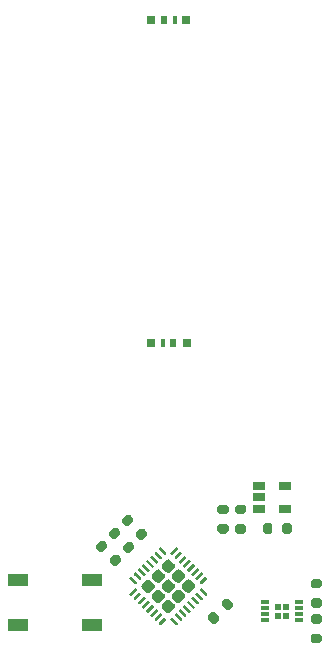
<source format=gbr>
G04 #@! TF.GenerationSoftware,KiCad,Pcbnew,(5.1.8)-1*
G04 #@! TF.CreationDate,2021-05-02T00:16:01-04:00*
G04 #@! TF.ProjectId,CryptoRosette,43727970-746f-4526-9f73-657474652e6b,1*
G04 #@! TF.SameCoordinates,Original*
G04 #@! TF.FileFunction,Paste,Bot*
G04 #@! TF.FilePolarity,Positive*
%FSLAX46Y46*%
G04 Gerber Fmt 4.6, Leading zero omitted, Abs format (unit mm)*
G04 Created by KiCad (PCBNEW (5.1.8)-1) date 2021-05-02 00:16:01*
%MOMM*%
%LPD*%
G01*
G04 APERTURE LIST*
%ADD10R,1.700000X1.000000*%
%ADD11R,1.060000X0.650000*%
%ADD12R,0.750000X0.300000*%
%ADD13R,0.500000X0.600000*%
%ADD14R,0.800000X0.800000*%
%ADD15R,0.400000X0.800000*%
%ADD16R,0.600000X0.800000*%
%ADD17R,0.750000X0.800000*%
G04 APERTURE END LIST*
G36*
G01*
X150306066Y-106794975D02*
X150694975Y-106406066D01*
G75*
G02*
X150977817Y-106406066I141421J-141421D01*
G01*
X151260660Y-106688909D01*
G75*
G02*
X151260660Y-106971751I-141421J-141421D01*
G01*
X150871751Y-107360660D01*
G75*
G02*
X150588909Y-107360660I-141421J141421D01*
G01*
X150306066Y-107077817D01*
G75*
G02*
X150306066Y-106794975I141421J141421D01*
G01*
G37*
G36*
G01*
X149139340Y-105628249D02*
X149528249Y-105239340D01*
G75*
G02*
X149811091Y-105239340I141421J-141421D01*
G01*
X150093934Y-105522183D01*
G75*
G02*
X150093934Y-105805025I-141421J-141421D01*
G01*
X149705025Y-106193934D01*
G75*
G02*
X149422183Y-106193934I-141421J141421D01*
G01*
X149139340Y-105911091D01*
G75*
G02*
X149139340Y-105628249I141421J141421D01*
G01*
G37*
G36*
G01*
X152360660Y-105871751D02*
X151971751Y-106260660D01*
G75*
G02*
X151688909Y-106260660I-141421J141421D01*
G01*
X151406066Y-105977817D01*
G75*
G02*
X151406066Y-105694975I141421J141421D01*
G01*
X151794975Y-105306066D01*
G75*
G02*
X152077817Y-105306066I141421J-141421D01*
G01*
X152360660Y-105588909D01*
G75*
G02*
X152360660Y-105871751I-141421J-141421D01*
G01*
G37*
G36*
G01*
X151193934Y-104705025D02*
X150805025Y-105093934D01*
G75*
G02*
X150522183Y-105093934I-141421J141421D01*
G01*
X150239340Y-104811091D01*
G75*
G02*
X150239340Y-104528249I141421J141421D01*
G01*
X150628249Y-104139340D01*
G75*
G02*
X150911091Y-104139340I141421J-141421D01*
G01*
X151193934Y-104422183D01*
G75*
G02*
X151193934Y-104705025I-141421J-141421D01*
G01*
G37*
G36*
G01*
X158105025Y-112406066D02*
X158493934Y-112794975D01*
G75*
G02*
X158493934Y-113077817I-141421J-141421D01*
G01*
X158211091Y-113360660D01*
G75*
G02*
X157928249Y-113360660I-141421J141421D01*
G01*
X157539340Y-112971751D01*
G75*
G02*
X157539340Y-112688909I141421J141421D01*
G01*
X157822183Y-112406066D01*
G75*
G02*
X158105025Y-112406066I141421J-141421D01*
G01*
G37*
G36*
G01*
X159271751Y-111239340D02*
X159660660Y-111628249D01*
G75*
G02*
X159660660Y-111911091I-141421J-141421D01*
G01*
X159377817Y-112193934D01*
G75*
G02*
X159094975Y-112193934I-141421J141421D01*
G01*
X158706066Y-111805025D01*
G75*
G02*
X158706066Y-111522183I141421J141421D01*
G01*
X158988909Y-111239340D01*
G75*
G02*
X159271751Y-111239340I141421J-141421D01*
G01*
G37*
G36*
G01*
X160575000Y-104075000D02*
X160025000Y-104075000D01*
G75*
G02*
X159825000Y-103875000I0J200000D01*
G01*
X159825000Y-103475000D01*
G75*
G02*
X160025000Y-103275000I200000J0D01*
G01*
X160575000Y-103275000D01*
G75*
G02*
X160775000Y-103475000I0J-200000D01*
G01*
X160775000Y-103875000D01*
G75*
G02*
X160575000Y-104075000I-200000J0D01*
G01*
G37*
G36*
G01*
X160575000Y-105725000D02*
X160025000Y-105725000D01*
G75*
G02*
X159825000Y-105525000I0J200000D01*
G01*
X159825000Y-105125000D01*
G75*
G02*
X160025000Y-104925000I200000J0D01*
G01*
X160575000Y-104925000D01*
G75*
G02*
X160775000Y-105125000I0J-200000D01*
G01*
X160775000Y-105525000D01*
G75*
G02*
X160575000Y-105725000I-200000J0D01*
G01*
G37*
G36*
G01*
X164625000Y-105025000D02*
X164625000Y-105575000D01*
G75*
G02*
X164425000Y-105775000I-200000J0D01*
G01*
X164025000Y-105775000D01*
G75*
G02*
X163825000Y-105575000I0J200000D01*
G01*
X163825000Y-105025000D01*
G75*
G02*
X164025000Y-104825000I200000J0D01*
G01*
X164425000Y-104825000D01*
G75*
G02*
X164625000Y-105025000I0J-200000D01*
G01*
G37*
G36*
G01*
X162975000Y-105025000D02*
X162975000Y-105575000D01*
G75*
G02*
X162775000Y-105775000I-200000J0D01*
G01*
X162375000Y-105775000D01*
G75*
G02*
X162175000Y-105575000I0J200000D01*
G01*
X162175000Y-105025000D01*
G75*
G02*
X162375000Y-104825000I200000J0D01*
G01*
X162775000Y-104825000D01*
G75*
G02*
X162975000Y-105025000I0J-200000D01*
G01*
G37*
G36*
G01*
X158525000Y-103275000D02*
X159075000Y-103275000D01*
G75*
G02*
X159275000Y-103475000I0J-200000D01*
G01*
X159275000Y-103875000D01*
G75*
G02*
X159075000Y-104075000I-200000J0D01*
G01*
X158525000Y-104075000D01*
G75*
G02*
X158325000Y-103875000I0J200000D01*
G01*
X158325000Y-103475000D01*
G75*
G02*
X158525000Y-103275000I200000J0D01*
G01*
G37*
G36*
G01*
X158525000Y-104925000D02*
X159075000Y-104925000D01*
G75*
G02*
X159275000Y-105125000I0J-200000D01*
G01*
X159275000Y-105525000D01*
G75*
G02*
X159075000Y-105725000I-200000J0D01*
G01*
X158525000Y-105725000D01*
G75*
G02*
X158325000Y-105525000I0J200000D01*
G01*
X158325000Y-105125000D01*
G75*
G02*
X158525000Y-104925000I200000J0D01*
G01*
G37*
G36*
G01*
X150160660Y-108071751D02*
X149771751Y-108460660D01*
G75*
G02*
X149488909Y-108460660I-141421J141421D01*
G01*
X149206066Y-108177817D01*
G75*
G02*
X149206066Y-107894975I141421J141421D01*
G01*
X149594975Y-107506066D01*
G75*
G02*
X149877817Y-107506066I141421J-141421D01*
G01*
X150160660Y-107788909D01*
G75*
G02*
X150160660Y-108071751I-141421J-141421D01*
G01*
G37*
G36*
G01*
X148993934Y-106905025D02*
X148605025Y-107293934D01*
G75*
G02*
X148322183Y-107293934I-141421J141421D01*
G01*
X148039340Y-107011091D01*
G75*
G02*
X148039340Y-106728249I141421J141421D01*
G01*
X148428249Y-106339340D01*
G75*
G02*
X148711091Y-106339340I141421J-141421D01*
G01*
X148993934Y-106622183D01*
G75*
G02*
X148993934Y-106905025I-141421J-141421D01*
G01*
G37*
D10*
X147750000Y-109700000D03*
X141450000Y-109700000D03*
X147750000Y-113500000D03*
X141450000Y-113500000D03*
G36*
G01*
X154913623Y-106903115D02*
X155002012Y-106991504D01*
G75*
G02*
X155002012Y-107079892I-44194J-44194D01*
G01*
X154524715Y-107557189D01*
G75*
G02*
X154436327Y-107557189I-44194J44194D01*
G01*
X154347938Y-107468800D01*
G75*
G02*
X154347938Y-107380412I44194J44194D01*
G01*
X154825235Y-106903115D01*
G75*
G02*
X154913623Y-106903115I44194J-44194D01*
G01*
G37*
G36*
G01*
X155267176Y-107256668D02*
X155355565Y-107345057D01*
G75*
G02*
X155355565Y-107433445I-44194J-44194D01*
G01*
X154878268Y-107910742D01*
G75*
G02*
X154789880Y-107910742I-44194J44194D01*
G01*
X154701491Y-107822353D01*
G75*
G02*
X154701491Y-107733965I44194J44194D01*
G01*
X155178788Y-107256668D01*
G75*
G02*
X155267176Y-107256668I44194J-44194D01*
G01*
G37*
G36*
G01*
X155620730Y-107610221D02*
X155709119Y-107698610D01*
G75*
G02*
X155709119Y-107786998I-44194J-44194D01*
G01*
X155231822Y-108264295D01*
G75*
G02*
X155143434Y-108264295I-44194J44194D01*
G01*
X155055045Y-108175906D01*
G75*
G02*
X155055045Y-108087518I44194J44194D01*
G01*
X155532342Y-107610221D01*
G75*
G02*
X155620730Y-107610221I44194J-44194D01*
G01*
G37*
G36*
G01*
X155974283Y-107963775D02*
X156062672Y-108052164D01*
G75*
G02*
X156062672Y-108140552I-44194J-44194D01*
G01*
X155585375Y-108617849D01*
G75*
G02*
X155496987Y-108617849I-44194J44194D01*
G01*
X155408598Y-108529460D01*
G75*
G02*
X155408598Y-108441072I44194J44194D01*
G01*
X155885895Y-107963775D01*
G75*
G02*
X155974283Y-107963775I44194J-44194D01*
G01*
G37*
G36*
G01*
X156327836Y-108317328D02*
X156416225Y-108405717D01*
G75*
G02*
X156416225Y-108494105I-44194J-44194D01*
G01*
X155938928Y-108971402D01*
G75*
G02*
X155850540Y-108971402I-44194J44194D01*
G01*
X155762151Y-108883013D01*
G75*
G02*
X155762151Y-108794625I44194J44194D01*
G01*
X156239448Y-108317328D01*
G75*
G02*
X156327836Y-108317328I44194J-44194D01*
G01*
G37*
G36*
G01*
X156681390Y-108670881D02*
X156769779Y-108759270D01*
G75*
G02*
X156769779Y-108847658I-44194J-44194D01*
G01*
X156292482Y-109324955D01*
G75*
G02*
X156204094Y-109324955I-44194J44194D01*
G01*
X156115705Y-109236566D01*
G75*
G02*
X156115705Y-109148178I44194J44194D01*
G01*
X156593002Y-108670881D01*
G75*
G02*
X156681390Y-108670881I44194J-44194D01*
G01*
G37*
G36*
G01*
X157034943Y-109024435D02*
X157123332Y-109112824D01*
G75*
G02*
X157123332Y-109201212I-44194J-44194D01*
G01*
X156646035Y-109678509D01*
G75*
G02*
X156557647Y-109678509I-44194J44194D01*
G01*
X156469258Y-109590120D01*
G75*
G02*
X156469258Y-109501732I44194J44194D01*
G01*
X156946555Y-109024435D01*
G75*
G02*
X157034943Y-109024435I44194J-44194D01*
G01*
G37*
G36*
G01*
X157388496Y-109377988D02*
X157476885Y-109466377D01*
G75*
G02*
X157476885Y-109554765I-44194J-44194D01*
G01*
X156999588Y-110032062D01*
G75*
G02*
X156911200Y-110032062I-44194J44194D01*
G01*
X156822811Y-109943673D01*
G75*
G02*
X156822811Y-109855285I44194J44194D01*
G01*
X157300108Y-109377988D01*
G75*
G02*
X157388496Y-109377988I44194J-44194D01*
G01*
G37*
G36*
G01*
X156999588Y-110367938D02*
X157476885Y-110845235D01*
G75*
G02*
X157476885Y-110933623I-44194J-44194D01*
G01*
X157388496Y-111022012D01*
G75*
G02*
X157300108Y-111022012I-44194J44194D01*
G01*
X156822811Y-110544715D01*
G75*
G02*
X156822811Y-110456327I44194J44194D01*
G01*
X156911200Y-110367938D01*
G75*
G02*
X156999588Y-110367938I44194J-44194D01*
G01*
G37*
G36*
G01*
X156646035Y-110721491D02*
X157123332Y-111198788D01*
G75*
G02*
X157123332Y-111287176I-44194J-44194D01*
G01*
X157034943Y-111375565D01*
G75*
G02*
X156946555Y-111375565I-44194J44194D01*
G01*
X156469258Y-110898268D01*
G75*
G02*
X156469258Y-110809880I44194J44194D01*
G01*
X156557647Y-110721491D01*
G75*
G02*
X156646035Y-110721491I44194J-44194D01*
G01*
G37*
G36*
G01*
X156292482Y-111075045D02*
X156769779Y-111552342D01*
G75*
G02*
X156769779Y-111640730I-44194J-44194D01*
G01*
X156681390Y-111729119D01*
G75*
G02*
X156593002Y-111729119I-44194J44194D01*
G01*
X156115705Y-111251822D01*
G75*
G02*
X156115705Y-111163434I44194J44194D01*
G01*
X156204094Y-111075045D01*
G75*
G02*
X156292482Y-111075045I44194J-44194D01*
G01*
G37*
G36*
G01*
X155938928Y-111428598D02*
X156416225Y-111905895D01*
G75*
G02*
X156416225Y-111994283I-44194J-44194D01*
G01*
X156327836Y-112082672D01*
G75*
G02*
X156239448Y-112082672I-44194J44194D01*
G01*
X155762151Y-111605375D01*
G75*
G02*
X155762151Y-111516987I44194J44194D01*
G01*
X155850540Y-111428598D01*
G75*
G02*
X155938928Y-111428598I44194J-44194D01*
G01*
G37*
G36*
G01*
X155585375Y-111782151D02*
X156062672Y-112259448D01*
G75*
G02*
X156062672Y-112347836I-44194J-44194D01*
G01*
X155974283Y-112436225D01*
G75*
G02*
X155885895Y-112436225I-44194J44194D01*
G01*
X155408598Y-111958928D01*
G75*
G02*
X155408598Y-111870540I44194J44194D01*
G01*
X155496987Y-111782151D01*
G75*
G02*
X155585375Y-111782151I44194J-44194D01*
G01*
G37*
G36*
G01*
X155231822Y-112135705D02*
X155709119Y-112613002D01*
G75*
G02*
X155709119Y-112701390I-44194J-44194D01*
G01*
X155620730Y-112789779D01*
G75*
G02*
X155532342Y-112789779I-44194J44194D01*
G01*
X155055045Y-112312482D01*
G75*
G02*
X155055045Y-112224094I44194J44194D01*
G01*
X155143434Y-112135705D01*
G75*
G02*
X155231822Y-112135705I44194J-44194D01*
G01*
G37*
G36*
G01*
X154878268Y-112489258D02*
X155355565Y-112966555D01*
G75*
G02*
X155355565Y-113054943I-44194J-44194D01*
G01*
X155267176Y-113143332D01*
G75*
G02*
X155178788Y-113143332I-44194J44194D01*
G01*
X154701491Y-112666035D01*
G75*
G02*
X154701491Y-112577647I44194J44194D01*
G01*
X154789880Y-112489258D01*
G75*
G02*
X154878268Y-112489258I44194J-44194D01*
G01*
G37*
G36*
G01*
X154524715Y-112842811D02*
X155002012Y-113320108D01*
G75*
G02*
X155002012Y-113408496I-44194J-44194D01*
G01*
X154913623Y-113496885D01*
G75*
G02*
X154825235Y-113496885I-44194J44194D01*
G01*
X154347938Y-113019588D01*
G75*
G02*
X154347938Y-112931200I44194J44194D01*
G01*
X154436327Y-112842811D01*
G75*
G02*
X154524715Y-112842811I44194J-44194D01*
G01*
G37*
G36*
G01*
X153923673Y-112842811D02*
X154012062Y-112931200D01*
G75*
G02*
X154012062Y-113019588I-44194J-44194D01*
G01*
X153534765Y-113496885D01*
G75*
G02*
X153446377Y-113496885I-44194J44194D01*
G01*
X153357988Y-113408496D01*
G75*
G02*
X153357988Y-113320108I44194J44194D01*
G01*
X153835285Y-112842811D01*
G75*
G02*
X153923673Y-112842811I44194J-44194D01*
G01*
G37*
G36*
G01*
X153570120Y-112489258D02*
X153658509Y-112577647D01*
G75*
G02*
X153658509Y-112666035I-44194J-44194D01*
G01*
X153181212Y-113143332D01*
G75*
G02*
X153092824Y-113143332I-44194J44194D01*
G01*
X153004435Y-113054943D01*
G75*
G02*
X153004435Y-112966555I44194J44194D01*
G01*
X153481732Y-112489258D01*
G75*
G02*
X153570120Y-112489258I44194J-44194D01*
G01*
G37*
G36*
G01*
X153216566Y-112135705D02*
X153304955Y-112224094D01*
G75*
G02*
X153304955Y-112312482I-44194J-44194D01*
G01*
X152827658Y-112789779D01*
G75*
G02*
X152739270Y-112789779I-44194J44194D01*
G01*
X152650881Y-112701390D01*
G75*
G02*
X152650881Y-112613002I44194J44194D01*
G01*
X153128178Y-112135705D01*
G75*
G02*
X153216566Y-112135705I44194J-44194D01*
G01*
G37*
G36*
G01*
X152863013Y-111782151D02*
X152951402Y-111870540D01*
G75*
G02*
X152951402Y-111958928I-44194J-44194D01*
G01*
X152474105Y-112436225D01*
G75*
G02*
X152385717Y-112436225I-44194J44194D01*
G01*
X152297328Y-112347836D01*
G75*
G02*
X152297328Y-112259448I44194J44194D01*
G01*
X152774625Y-111782151D01*
G75*
G02*
X152863013Y-111782151I44194J-44194D01*
G01*
G37*
G36*
G01*
X152509460Y-111428598D02*
X152597849Y-111516987D01*
G75*
G02*
X152597849Y-111605375I-44194J-44194D01*
G01*
X152120552Y-112082672D01*
G75*
G02*
X152032164Y-112082672I-44194J44194D01*
G01*
X151943775Y-111994283D01*
G75*
G02*
X151943775Y-111905895I44194J44194D01*
G01*
X152421072Y-111428598D01*
G75*
G02*
X152509460Y-111428598I44194J-44194D01*
G01*
G37*
G36*
G01*
X152155906Y-111075045D02*
X152244295Y-111163434D01*
G75*
G02*
X152244295Y-111251822I-44194J-44194D01*
G01*
X151766998Y-111729119D01*
G75*
G02*
X151678610Y-111729119I-44194J44194D01*
G01*
X151590221Y-111640730D01*
G75*
G02*
X151590221Y-111552342I44194J44194D01*
G01*
X152067518Y-111075045D01*
G75*
G02*
X152155906Y-111075045I44194J-44194D01*
G01*
G37*
G36*
G01*
X151802353Y-110721491D02*
X151890742Y-110809880D01*
G75*
G02*
X151890742Y-110898268I-44194J-44194D01*
G01*
X151413445Y-111375565D01*
G75*
G02*
X151325057Y-111375565I-44194J44194D01*
G01*
X151236668Y-111287176D01*
G75*
G02*
X151236668Y-111198788I44194J44194D01*
G01*
X151713965Y-110721491D01*
G75*
G02*
X151802353Y-110721491I44194J-44194D01*
G01*
G37*
G36*
G01*
X151448800Y-110367938D02*
X151537189Y-110456327D01*
G75*
G02*
X151537189Y-110544715I-44194J-44194D01*
G01*
X151059892Y-111022012D01*
G75*
G02*
X150971504Y-111022012I-44194J44194D01*
G01*
X150883115Y-110933623D01*
G75*
G02*
X150883115Y-110845235I44194J44194D01*
G01*
X151360412Y-110367938D01*
G75*
G02*
X151448800Y-110367938I44194J-44194D01*
G01*
G37*
G36*
G01*
X151059892Y-109377988D02*
X151537189Y-109855285D01*
G75*
G02*
X151537189Y-109943673I-44194J-44194D01*
G01*
X151448800Y-110032062D01*
G75*
G02*
X151360412Y-110032062I-44194J44194D01*
G01*
X150883115Y-109554765D01*
G75*
G02*
X150883115Y-109466377I44194J44194D01*
G01*
X150971504Y-109377988D01*
G75*
G02*
X151059892Y-109377988I44194J-44194D01*
G01*
G37*
G36*
G01*
X151413445Y-109024435D02*
X151890742Y-109501732D01*
G75*
G02*
X151890742Y-109590120I-44194J-44194D01*
G01*
X151802353Y-109678509D01*
G75*
G02*
X151713965Y-109678509I-44194J44194D01*
G01*
X151236668Y-109201212D01*
G75*
G02*
X151236668Y-109112824I44194J44194D01*
G01*
X151325057Y-109024435D01*
G75*
G02*
X151413445Y-109024435I44194J-44194D01*
G01*
G37*
G36*
G01*
X151766998Y-108670881D02*
X152244295Y-109148178D01*
G75*
G02*
X152244295Y-109236566I-44194J-44194D01*
G01*
X152155906Y-109324955D01*
G75*
G02*
X152067518Y-109324955I-44194J44194D01*
G01*
X151590221Y-108847658D01*
G75*
G02*
X151590221Y-108759270I44194J44194D01*
G01*
X151678610Y-108670881D01*
G75*
G02*
X151766998Y-108670881I44194J-44194D01*
G01*
G37*
G36*
G01*
X152120552Y-108317328D02*
X152597849Y-108794625D01*
G75*
G02*
X152597849Y-108883013I-44194J-44194D01*
G01*
X152509460Y-108971402D01*
G75*
G02*
X152421072Y-108971402I-44194J44194D01*
G01*
X151943775Y-108494105D01*
G75*
G02*
X151943775Y-108405717I44194J44194D01*
G01*
X152032164Y-108317328D01*
G75*
G02*
X152120552Y-108317328I44194J-44194D01*
G01*
G37*
G36*
G01*
X152474105Y-107963775D02*
X152951402Y-108441072D01*
G75*
G02*
X152951402Y-108529460I-44194J-44194D01*
G01*
X152863013Y-108617849D01*
G75*
G02*
X152774625Y-108617849I-44194J44194D01*
G01*
X152297328Y-108140552D01*
G75*
G02*
X152297328Y-108052164I44194J44194D01*
G01*
X152385717Y-107963775D01*
G75*
G02*
X152474105Y-107963775I44194J-44194D01*
G01*
G37*
G36*
G01*
X152827658Y-107610221D02*
X153304955Y-108087518D01*
G75*
G02*
X153304955Y-108175906I-44194J-44194D01*
G01*
X153216566Y-108264295D01*
G75*
G02*
X153128178Y-108264295I-44194J44194D01*
G01*
X152650881Y-107786998D01*
G75*
G02*
X152650881Y-107698610I44194J44194D01*
G01*
X152739270Y-107610221D01*
G75*
G02*
X152827658Y-107610221I44194J-44194D01*
G01*
G37*
G36*
G01*
X153181212Y-107256668D02*
X153658509Y-107733965D01*
G75*
G02*
X153658509Y-107822353I-44194J-44194D01*
G01*
X153570120Y-107910742D01*
G75*
G02*
X153481732Y-107910742I-44194J44194D01*
G01*
X153004435Y-107433445D01*
G75*
G02*
X153004435Y-107345057I44194J44194D01*
G01*
X153092824Y-107256668D01*
G75*
G02*
X153181212Y-107256668I44194J-44194D01*
G01*
G37*
G36*
G01*
X153534765Y-106903115D02*
X154012062Y-107380412D01*
G75*
G02*
X154012062Y-107468800I-44194J-44194D01*
G01*
X153923673Y-107557189D01*
G75*
G02*
X153835285Y-107557189I-44194J44194D01*
G01*
X153357988Y-107079892D01*
G75*
G02*
X153357988Y-106991504I44194J44194D01*
G01*
X153446377Y-106903115D01*
G75*
G02*
X153534765Y-106903115I44194J-44194D01*
G01*
G37*
G36*
G01*
X154351473Y-107988524D02*
X154694420Y-108331471D01*
G75*
G02*
X154694420Y-108674417I-171473J-171473D01*
G01*
X154351473Y-109017364D01*
G75*
G02*
X154008527Y-109017364I-171473J171473D01*
G01*
X153665580Y-108674417D01*
G75*
G02*
X153665580Y-108331471I171473J171473D01*
G01*
X154008527Y-107988524D01*
G75*
G02*
X154351473Y-107988524I171473J-171473D01*
G01*
G37*
G36*
G01*
X155200001Y-108837052D02*
X155542948Y-109179999D01*
G75*
G02*
X155542948Y-109522945I-171473J-171473D01*
G01*
X155200001Y-109865892D01*
G75*
G02*
X154857055Y-109865892I-171473J171473D01*
G01*
X154514108Y-109522945D01*
G75*
G02*
X154514108Y-109179999I171473J171473D01*
G01*
X154857055Y-108837052D01*
G75*
G02*
X155200001Y-108837052I171473J-171473D01*
G01*
G37*
G36*
G01*
X156048529Y-109685580D02*
X156391476Y-110028527D01*
G75*
G02*
X156391476Y-110371473I-171473J-171473D01*
G01*
X156048529Y-110714420D01*
G75*
G02*
X155705583Y-110714420I-171473J171473D01*
G01*
X155362636Y-110371473D01*
G75*
G02*
X155362636Y-110028527I171473J171473D01*
G01*
X155705583Y-109685580D01*
G75*
G02*
X156048529Y-109685580I171473J-171473D01*
G01*
G37*
G36*
G01*
X153502945Y-108837052D02*
X153845892Y-109179999D01*
G75*
G02*
X153845892Y-109522945I-171473J-171473D01*
G01*
X153502945Y-109865892D01*
G75*
G02*
X153159999Y-109865892I-171473J171473D01*
G01*
X152817052Y-109522945D01*
G75*
G02*
X152817052Y-109179999I171473J171473D01*
G01*
X153159999Y-108837052D01*
G75*
G02*
X153502945Y-108837052I171473J-171473D01*
G01*
G37*
G36*
G01*
X154351473Y-109685580D02*
X154694420Y-110028527D01*
G75*
G02*
X154694420Y-110371473I-171473J-171473D01*
G01*
X154351473Y-110714420D01*
G75*
G02*
X154008527Y-110714420I-171473J171473D01*
G01*
X153665580Y-110371473D01*
G75*
G02*
X153665580Y-110028527I171473J171473D01*
G01*
X154008527Y-109685580D01*
G75*
G02*
X154351473Y-109685580I171473J-171473D01*
G01*
G37*
G36*
G01*
X155200001Y-110534108D02*
X155542948Y-110877055D01*
G75*
G02*
X155542948Y-111220001I-171473J-171473D01*
G01*
X155200001Y-111562948D01*
G75*
G02*
X154857055Y-111562948I-171473J171473D01*
G01*
X154514108Y-111220001D01*
G75*
G02*
X154514108Y-110877055I171473J171473D01*
G01*
X154857055Y-110534108D01*
G75*
G02*
X155200001Y-110534108I171473J-171473D01*
G01*
G37*
G36*
G01*
X152654417Y-109685580D02*
X152997364Y-110028527D01*
G75*
G02*
X152997364Y-110371473I-171473J-171473D01*
G01*
X152654417Y-110714420D01*
G75*
G02*
X152311471Y-110714420I-171473J171473D01*
G01*
X151968524Y-110371473D01*
G75*
G02*
X151968524Y-110028527I171473J171473D01*
G01*
X152311471Y-109685580D01*
G75*
G02*
X152654417Y-109685580I171473J-171473D01*
G01*
G37*
G36*
G01*
X153502945Y-110534108D02*
X153845892Y-110877055D01*
G75*
G02*
X153845892Y-111220001I-171473J-171473D01*
G01*
X153502945Y-111562948D01*
G75*
G02*
X153159999Y-111562948I-171473J171473D01*
G01*
X152817052Y-111220001D01*
G75*
G02*
X152817052Y-110877055I171473J171473D01*
G01*
X153159999Y-110534108D01*
G75*
G02*
X153502945Y-110534108I171473J-171473D01*
G01*
G37*
G36*
G01*
X154351473Y-111382636D02*
X154694420Y-111725583D01*
G75*
G02*
X154694420Y-112068529I-171473J-171473D01*
G01*
X154351473Y-112411476D01*
G75*
G02*
X154008527Y-112411476I-171473J171473D01*
G01*
X153665580Y-112068529D01*
G75*
G02*
X153665580Y-111725583I171473J171473D01*
G01*
X154008527Y-111382636D01*
G75*
G02*
X154351473Y-111382636I171473J-171473D01*
G01*
G37*
D11*
X161880000Y-103620000D03*
X161880000Y-102670000D03*
X161880000Y-101720000D03*
X164080000Y-101720000D03*
X164080000Y-103620000D03*
G36*
G01*
X166975000Y-112025000D02*
X166425000Y-112025000D01*
G75*
G02*
X166225000Y-111825000I0J200000D01*
G01*
X166225000Y-111425000D01*
G75*
G02*
X166425000Y-111225000I200000J0D01*
G01*
X166975000Y-111225000D01*
G75*
G02*
X167175000Y-111425000I0J-200000D01*
G01*
X167175000Y-111825000D01*
G75*
G02*
X166975000Y-112025000I-200000J0D01*
G01*
G37*
G36*
G01*
X166975000Y-110375000D02*
X166425000Y-110375000D01*
G75*
G02*
X166225000Y-110175000I0J200000D01*
G01*
X166225000Y-109775000D01*
G75*
G02*
X166425000Y-109575000I200000J0D01*
G01*
X166975000Y-109575000D01*
G75*
G02*
X167175000Y-109775000I0J-200000D01*
G01*
X167175000Y-110175000D01*
G75*
G02*
X166975000Y-110375000I-200000J0D01*
G01*
G37*
G36*
G01*
X166425000Y-114225000D02*
X166975000Y-114225000D01*
G75*
G02*
X167175000Y-114425000I0J-200000D01*
G01*
X167175000Y-114825000D01*
G75*
G02*
X166975000Y-115025000I-200000J0D01*
G01*
X166425000Y-115025000D01*
G75*
G02*
X166225000Y-114825000I0J200000D01*
G01*
X166225000Y-114425000D01*
G75*
G02*
X166425000Y-114225000I200000J0D01*
G01*
G37*
G36*
G01*
X166425000Y-112575000D02*
X166975000Y-112575000D01*
G75*
G02*
X167175000Y-112775000I0J-200000D01*
G01*
X167175000Y-113175000D01*
G75*
G02*
X166975000Y-113375000I-200000J0D01*
G01*
X166425000Y-113375000D01*
G75*
G02*
X166225000Y-113175000I0J200000D01*
G01*
X166225000Y-112775000D01*
G75*
G02*
X166425000Y-112575000I200000J0D01*
G01*
G37*
D12*
X162350000Y-113050000D03*
X162350000Y-112550000D03*
X162350000Y-112050000D03*
X162350000Y-111550000D03*
X165250000Y-111550000D03*
X165250000Y-112050000D03*
X165250000Y-112550000D03*
X165250000Y-113050000D03*
D13*
X163475000Y-112675000D03*
X163475000Y-111925000D03*
X164125000Y-112675000D03*
X164125000Y-111925000D03*
D14*
X152746333Y-89560000D03*
D15*
X153726333Y-89560000D03*
D16*
X154606333Y-89560000D03*
D17*
X155731333Y-89560000D03*
X152721333Y-62240000D03*
D16*
X153846333Y-62240000D03*
D15*
X154726333Y-62240000D03*
D14*
X155706333Y-62240000D03*
M02*

</source>
